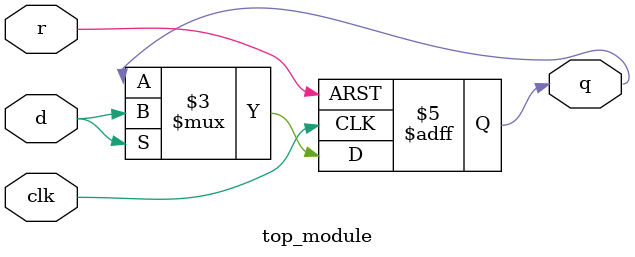
<source format=sv>
module top_module (
  input clk,
  input d,
  input r,
  output logic q
);

  always_ff @(posedge clk or posedge r) begin
    if (r) begin
      q <= 1'b0;
    end else if (d) begin
      q <= d;
    end else begin
      q <= q;
    end
  end

endmodule

</source>
